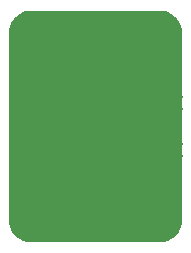
<source format=gbr>
%TF.GenerationSoftware,KiCad,Pcbnew,6.0.1-79c1e3a40b~116~ubuntu20.04.1*%
%TF.CreationDate,2022-01-22T19:05:20+01:00*%
%TF.ProjectId,sma-connector,736d612d-636f-46e6-9e65-63746f722e6b,rev?*%
%TF.SameCoordinates,Original*%
%TF.FileFunction,Copper,L2,Bot*%
%TF.FilePolarity,Positive*%
%FSLAX46Y46*%
G04 Gerber Fmt 4.6, Leading zero omitted, Abs format (unit mm)*
G04 Created by KiCad (PCBNEW 6.0.1-79c1e3a40b~116~ubuntu20.04.1) date 2022-01-22 19:05:20*
%MOMM*%
%LPD*%
G01*
G04 APERTURE LIST*
%TA.AperFunction,ComponentPad*%
%ADD10C,3.400000*%
%TD*%
%TA.AperFunction,ViaPad*%
%ADD11C,0.800000*%
%TD*%
G04 APERTURE END LIST*
D10*
%TO.P,H4,1,1*%
%TO.N,GND*%
X139000000Y-71000000D03*
%TD*%
%TO.P,H3,1,1*%
%TO.N,GND*%
X129000000Y-56000000D03*
%TD*%
%TO.P,H2,1,1*%
%TO.N,GND*%
X139000000Y-56000000D03*
%TD*%
%TO.P,H1,1,1*%
%TO.N,GND*%
X129000000Y-71000000D03*
%TD*%
D11*
%TO.N,GND*%
X141000000Y-65000000D03*
X140000000Y-65000000D03*
X140500000Y-65500000D03*
X141000000Y-66000000D03*
X141000000Y-61000000D03*
X140500000Y-61500000D03*
X141000000Y-62000000D03*
X140000000Y-62000000D03*
X134000000Y-60000000D03*
X134000000Y-67000000D03*
X130000000Y-67000000D03*
X128500000Y-65500000D03*
X128500000Y-61500000D03*
X130000000Y-60000000D03*
X132500000Y-67500000D03*
X131500000Y-67500000D03*
X128000000Y-64000000D03*
X128000000Y-63000000D03*
X131500000Y-59500000D03*
X132500000Y-59500000D03*
X133000000Y-67000000D03*
X131000000Y-67000000D03*
X132000000Y-67000000D03*
X128500000Y-64500000D03*
X128500000Y-63500000D03*
X128500000Y-62500000D03*
X133000000Y-60000000D03*
X131000000Y-60000000D03*
X132000000Y-60000000D03*
X130000000Y-62000000D03*
X130500000Y-61500000D03*
X133500000Y-61500000D03*
X134000000Y-62000000D03*
X135000000Y-62000000D03*
X134500000Y-61500000D03*
X135500000Y-61500000D03*
X139000000Y-65000000D03*
X139500000Y-65500000D03*
X139000000Y-62000000D03*
X139500000Y-61500000D03*
X140000000Y-61000000D03*
X139000000Y-61000000D03*
X138500000Y-61500000D03*
X138500000Y-60500000D03*
X139500000Y-60500000D03*
X140500000Y-60500000D03*
X138500000Y-65500000D03*
X139000000Y-66000000D03*
X140000000Y-66000000D03*
X140500000Y-66500000D03*
X139500000Y-66500000D03*
X138500000Y-66500000D03*
X137500000Y-66500000D03*
X136500000Y-66500000D03*
X135500000Y-66500000D03*
X134500000Y-66500000D03*
X133500000Y-66500000D03*
X132500000Y-66500000D03*
X131500000Y-66500000D03*
X130500000Y-66500000D03*
X129500000Y-66500000D03*
X137500000Y-60500000D03*
X136500000Y-60500000D03*
X135500000Y-60500000D03*
X135000000Y-61000000D03*
X134500000Y-60500000D03*
X134000000Y-61000000D03*
X133500000Y-60500000D03*
X133000000Y-61000000D03*
X132500000Y-60500000D03*
X132000000Y-61000000D03*
X131500000Y-60500000D03*
X131000000Y-61000000D03*
X130500000Y-60500000D03*
X130000000Y-61000000D03*
X129500000Y-60500000D03*
X129000000Y-61000000D03*
X129500000Y-61500000D03*
X129000000Y-62000000D03*
X129500000Y-62500000D03*
X129000000Y-63000000D03*
X129500000Y-63500000D03*
X129000000Y-64000000D03*
X129500000Y-64500000D03*
X130000000Y-65000000D03*
X129000000Y-65000000D03*
X129000000Y-66000000D03*
X129500000Y-65500000D03*
X130500000Y-65500000D03*
X130000000Y-66000000D03*
X135000000Y-66000000D03*
X131000000Y-66000000D03*
X132000000Y-66000000D03*
X133000000Y-66000000D03*
X134000000Y-66000000D03*
X133500000Y-65500000D03*
X134000000Y-65000000D03*
X134500000Y-65500000D03*
X135000000Y-65000000D03*
X135500000Y-65500000D03*
X138000000Y-61000000D03*
X137000000Y-61000000D03*
X136000000Y-61000000D03*
X136000000Y-66000000D03*
X137000000Y-66000000D03*
X138000000Y-66000000D03*
X137500000Y-65500000D03*
X136500000Y-65500000D03*
X136000000Y-65000000D03*
X137000000Y-65000000D03*
X138000000Y-65000000D03*
X137500000Y-61500000D03*
X136500000Y-61500000D03*
X136000000Y-62000000D03*
X137000000Y-62000000D03*
X138000000Y-62000000D03*
%TD*%
%TA.AperFunction,Conductor*%
%TO.N,GND*%
G36*
X139488227Y-53702518D02*
G01*
X139499642Y-53705143D01*
X139510517Y-53702682D01*
X139521664Y-53702702D01*
X139521664Y-53702863D01*
X139531669Y-53702076D01*
X139603759Y-53706801D01*
X139728475Y-53714975D01*
X139741302Y-53716663D01*
X139959516Y-53760068D01*
X139972016Y-53763418D01*
X140182691Y-53834933D01*
X140194653Y-53839889D01*
X140276954Y-53880475D01*
X140394180Y-53938284D01*
X140405386Y-53944753D01*
X140590385Y-54068365D01*
X140600639Y-54076233D01*
X140767914Y-54222930D01*
X140777069Y-54232085D01*
X140923767Y-54399361D01*
X140931635Y-54409615D01*
X141055247Y-54594614D01*
X141061716Y-54605820D01*
X141160111Y-54805346D01*
X141165067Y-54817309D01*
X141236581Y-55027980D01*
X141239933Y-55040489D01*
X141283336Y-55258691D01*
X141285026Y-55271530D01*
X141297891Y-55467816D01*
X141297101Y-55477628D01*
X141297375Y-55477628D01*
X141297355Y-55488778D01*
X141294857Y-55499642D01*
X141297317Y-55510514D01*
X141297317Y-55510516D01*
X141297559Y-55511583D01*
X141300000Y-55533432D01*
X141300000Y-71466040D01*
X141297482Y-71488227D01*
X141294857Y-71499642D01*
X141297318Y-71510517D01*
X141297298Y-71521664D01*
X141297137Y-71521664D01*
X141297924Y-71531669D01*
X141285026Y-71728469D01*
X141283336Y-71741309D01*
X141239933Y-71959511D01*
X141236581Y-71972020D01*
X141165067Y-72182691D01*
X141160111Y-72194654D01*
X141061716Y-72394180D01*
X141055247Y-72405386D01*
X140931635Y-72590385D01*
X140923767Y-72600639D01*
X140791003Y-72752027D01*
X140777070Y-72767914D01*
X140767915Y-72777069D01*
X140600639Y-72923767D01*
X140590385Y-72931635D01*
X140405386Y-73055247D01*
X140394180Y-73061716D01*
X140215697Y-73149734D01*
X140194654Y-73160111D01*
X140182692Y-73165067D01*
X139972016Y-73236582D01*
X139959516Y-73239932D01*
X139741302Y-73283337D01*
X139728477Y-73285025D01*
X139532181Y-73297891D01*
X139522372Y-73297101D01*
X139522372Y-73297375D01*
X139511222Y-73297355D01*
X139500358Y-73294857D01*
X139489486Y-73297317D01*
X139489484Y-73297317D01*
X139488417Y-73297559D01*
X139466568Y-73300000D01*
X128533960Y-73300000D01*
X128511773Y-73297482D01*
X128500358Y-73294857D01*
X128489483Y-73297318D01*
X128478336Y-73297298D01*
X128478336Y-73297137D01*
X128468331Y-73297924D01*
X128396241Y-73293199D01*
X128271525Y-73285025D01*
X128258698Y-73283337D01*
X128040484Y-73239932D01*
X128027984Y-73236582D01*
X127817308Y-73165067D01*
X127805346Y-73160111D01*
X127784304Y-73149734D01*
X127605820Y-73061716D01*
X127594614Y-73055247D01*
X127409615Y-72931635D01*
X127399361Y-72923767D01*
X127232085Y-72777069D01*
X127222930Y-72767914D01*
X127208997Y-72752027D01*
X127076233Y-72600639D01*
X127068365Y-72590385D01*
X126944753Y-72405386D01*
X126938284Y-72394180D01*
X126839889Y-72194654D01*
X126834933Y-72182691D01*
X126763419Y-71972020D01*
X126760067Y-71959511D01*
X126716664Y-71741309D01*
X126714974Y-71728470D01*
X126702109Y-71532184D01*
X126702899Y-71522372D01*
X126702625Y-71522372D01*
X126702645Y-71511222D01*
X126705143Y-71500358D01*
X126702683Y-71489486D01*
X126702683Y-71489484D01*
X126702441Y-71488417D01*
X126700000Y-71466568D01*
X126700000Y-55533960D01*
X126702518Y-55511773D01*
X126702562Y-55511583D01*
X126705143Y-55500358D01*
X126702682Y-55489483D01*
X126702702Y-55478336D01*
X126702863Y-55478336D01*
X126702076Y-55468331D01*
X126714974Y-55271531D01*
X126716664Y-55258691D01*
X126760067Y-55040489D01*
X126763419Y-55027980D01*
X126834933Y-54817309D01*
X126839889Y-54805346D01*
X126938284Y-54605820D01*
X126944753Y-54594614D01*
X127068365Y-54409615D01*
X127076233Y-54399361D01*
X127222931Y-54232085D01*
X127232086Y-54222930D01*
X127399361Y-54076233D01*
X127409615Y-54068365D01*
X127594614Y-53944753D01*
X127605820Y-53938284D01*
X127723046Y-53880475D01*
X127805347Y-53839889D01*
X127817309Y-53834933D01*
X128027984Y-53763418D01*
X128040484Y-53760068D01*
X128258698Y-53716663D01*
X128271523Y-53714975D01*
X128467819Y-53702109D01*
X128477628Y-53702899D01*
X128477628Y-53702625D01*
X128488778Y-53702645D01*
X128499642Y-53705143D01*
X128510514Y-53702683D01*
X128510516Y-53702683D01*
X128511583Y-53702441D01*
X128533432Y-53700000D01*
X139466040Y-53700000D01*
X139488227Y-53702518D01*
G37*
%TD.AperFunction*%
%TD*%
M02*

</source>
